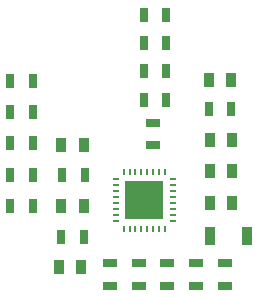
<source format=gbp>
G04*
G04 #@! TF.GenerationSoftware,Altium Limited,Altium Designer,22.5.1 (42)*
G04*
G04 Layer_Color=128*
%FSLAX44Y44*%
%MOMM*%
G71*
G04*
G04 #@! TF.SameCoordinates,E804C49B-AF08-44B7-9E18-E1C260B47F38*
G04*
G04*
G04 #@! TF.FilePolarity,Positive*
G04*
G01*
G75*
%ADD31R,0.9000X1.3000*%
%ADD32R,0.9000X1.6000*%
%ADD33R,0.7000X1.3000*%
%ADD34R,1.3000X0.7000*%
%ADD35R,0.2300X0.6000*%
%ADD36R,0.6000X0.2300*%
%ADD37R,3.3000X3.3000*%
D31*
X308500Y351000D02*
D03*
X327500D02*
D03*
X309500Y273333D02*
D03*
X328500D02*
D03*
X183500Y296000D02*
D03*
X202500D02*
D03*
X181500Y192000D02*
D03*
X200500D02*
D03*
X309500Y300000D02*
D03*
X328500D02*
D03*
X202500Y244000D02*
D03*
X183500D02*
D03*
X309500Y246667D02*
D03*
X328500D02*
D03*
D32*
X309500Y219000D02*
D03*
X340500D02*
D03*
D33*
X253500Y406000D02*
D03*
X272500D02*
D03*
X272500Y358000D02*
D03*
X253500D02*
D03*
X272500Y382000D02*
D03*
X253500D02*
D03*
X272500Y334000D02*
D03*
X253500D02*
D03*
X140500Y323500D02*
D03*
X159500D02*
D03*
X140500Y350000D02*
D03*
X159500D02*
D03*
X308500Y326000D02*
D03*
X327500D02*
D03*
X184500Y270000D02*
D03*
X203500D02*
D03*
X183500Y218000D02*
D03*
X202500D02*
D03*
X159500Y270500D02*
D03*
X140500D02*
D03*
X159500Y297000D02*
D03*
X140500D02*
D03*
X159500Y244000D02*
D03*
X140500D02*
D03*
D34*
X322000Y195500D02*
D03*
Y176500D02*
D03*
X273500D02*
D03*
Y195500D02*
D03*
X297750Y176500D02*
D03*
Y195500D02*
D03*
X225000Y176500D02*
D03*
Y195500D02*
D03*
X249250Y195500D02*
D03*
Y176500D02*
D03*
X261000Y295500D02*
D03*
Y314500D02*
D03*
D35*
X271500Y225000D02*
D03*
X241500Y273000D02*
D03*
Y225000D02*
D03*
X271500Y273000D02*
D03*
X251500D02*
D03*
X246500D02*
D03*
X251500Y225000D02*
D03*
X236500Y273000D02*
D03*
Y225000D02*
D03*
X256500D02*
D03*
X266500Y273000D02*
D03*
X261500Y225000D02*
D03*
X246500D02*
D03*
X266500D02*
D03*
X261500Y273000D02*
D03*
X256500D02*
D03*
D36*
X230000Y266500D02*
D03*
Y231500D02*
D03*
Y261500D02*
D03*
Y236500D02*
D03*
X278000Y251500D02*
D03*
Y246500D02*
D03*
Y241500D02*
D03*
Y266500D02*
D03*
X230000Y246500D02*
D03*
X278000Y256500D02*
D03*
Y261500D02*
D03*
X230000Y241500D02*
D03*
X278000Y236500D02*
D03*
Y231500D02*
D03*
X230000Y251500D02*
D03*
Y256500D02*
D03*
D37*
X254000Y249000D02*
D03*
M02*

</source>
